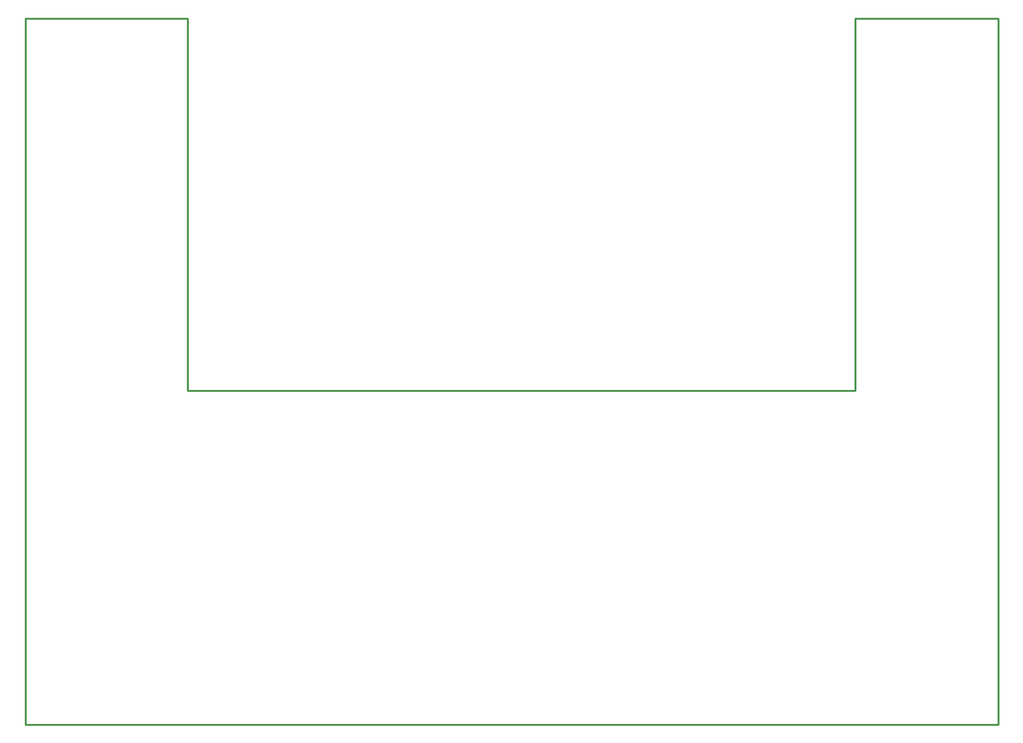
<source format=gm1>
%FSTAX25Y25*%
%MOIN*%
G70*
G01*
G75*
G04 Layer_Color=16711935*
%ADD10R,0.04724X0.05512*%
%ADD11R,0.35039X0.41929*%
%ADD12R,0.09449X0.04134*%
%ADD13R,0.05512X0.04724*%
%ADD14R,0.08465X0.11221*%
%ADD15O,0.01181X0.05709*%
%ADD16O,0.05709X0.01181*%
%ADD17C,0.01000*%
%ADD18C,0.01500*%
%ADD19C,0.03000*%
%ADD20C,0.02000*%
%ADD21C,0.11811*%
%ADD22C,0.11000*%
%ADD23C,0.06693*%
%ADD24O,0.03937X0.07874*%
%ADD25O,0.03937X0.07874*%
%ADD26C,0.07874*%
%ADD27R,0.04724X0.04724*%
%ADD28C,0.04724*%
%ADD29C,0.15748*%
%ADD30C,0.05906*%
%ADD31R,0.05906X0.05906*%
%ADD32R,0.07874X0.07874*%
%ADD33R,0.05906X0.05906*%
%ADD34O,0.30000X0.15000*%
%ADD35C,0.06299*%
%ADD36C,0.05000*%
%ADD37C,0.04000*%
%ADD38C,0.02756*%
%ADD39R,0.02362X0.03347*%
%ADD40R,0.03347X0.02362*%
%ADD41R,0.06693X0.06693*%
%ADD42R,0.06693X0.06693*%
%ADD43C,0.05000*%
%ADD44C,0.10000*%
%ADD45C,0.00984*%
%ADD46C,0.00787*%
%ADD47C,0.02362*%
%ADD48R,0.05524X0.06312*%
%ADD49R,0.35839X0.42729*%
%ADD50R,0.10249X0.04934*%
%ADD51R,0.06312X0.05524*%
%ADD52R,0.09265X0.12020*%
%ADD53O,0.01981X0.06509*%
%ADD54O,0.06509X0.01981*%
%ADD55C,0.12611*%
%ADD56C,0.11800*%
%ADD57C,0.07493*%
%ADD58O,0.04737X0.08674*%
%ADD59O,0.04737X0.08674*%
%ADD60C,0.08674*%
%ADD61R,0.05524X0.05524*%
%ADD62C,0.05524*%
%ADD63C,0.16548*%
%ADD64C,0.06706*%
%ADD65R,0.06706X0.06706*%
%ADD66R,0.08674X0.08674*%
%ADD67R,0.06706X0.06706*%
%ADD68O,0.30800X0.15800*%
%ADD69C,0.07099*%
%ADD70C,0.05800*%
%ADD71C,0.04800*%
%ADD72C,0.03556*%
%ADD73R,0.03162X0.04147*%
%ADD74R,0.04147X0.03162*%
%ADD75R,0.07493X0.07493*%
%ADD76R,0.07493X0.07493*%
%ADD77C,0.00100*%
D17*
X0005Y-0D02*
Y037D01*
X009D01*
Y0175D02*
Y037D01*
Y0175D02*
X044D01*
Y037D01*
X0515D01*
Y-0D02*
Y037D01*
X0005Y-0D02*
X0515D01*
M02*

</source>
